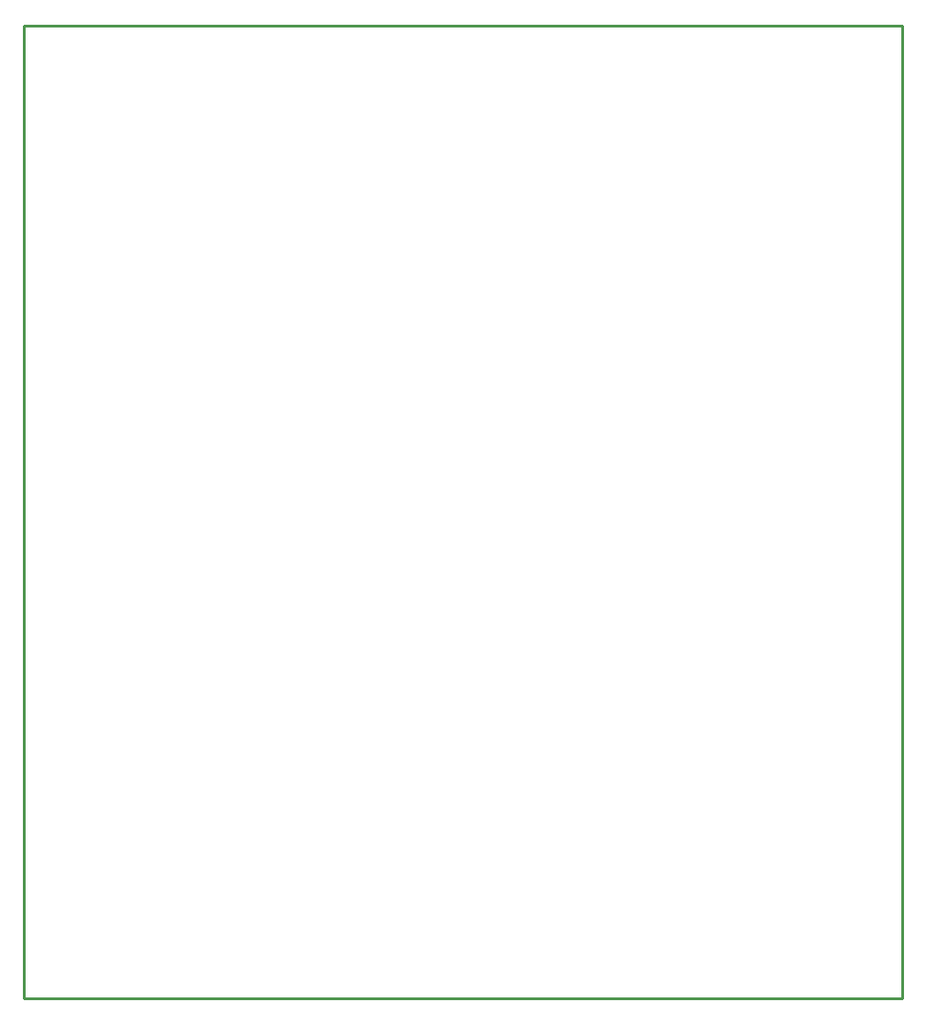
<source format=gbr>
G04 EAGLE Gerber RS-274X export*
G75*
%MOMM*%
%FSLAX34Y34*%
%LPD*%
%IN*%
%IPPOS*%
%AMOC8*
5,1,8,0,0,1.08239X$1,22.5*%
G01*
%ADD10C,0.254000*%


D10*
X533400Y101600D02*
X1346000Y101600D01*
X1346000Y1000000D01*
X533400Y1000000D01*
X533400Y101600D01*
M02*

</source>
